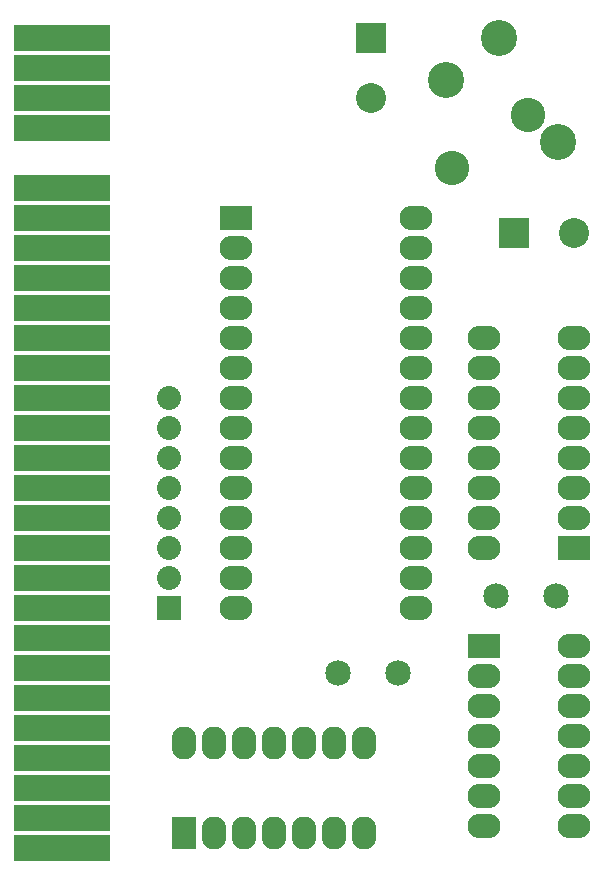
<source format=gbs>
G04 (created by PCBNEW-RS274X (2012-01-19 BZR 3256)-stable) date 18.2.2013 23:23:50*
G01*
G70*
G90*
%MOIN*%
G04 Gerber Fmt 3.4, Leading zero omitted, Abs format*
%FSLAX34Y34*%
G04 APERTURE LIST*
%ADD10C,0.006000*%
%ADD11R,0.110000X0.082000*%
%ADD12O,0.110000X0.082000*%
%ADD13R,0.082000X0.110000*%
%ADD14O,0.082000X0.110000*%
%ADD15C,0.120000*%
%ADD16C,0.115000*%
%ADD17R,0.320000X0.090000*%
%ADD18R,0.080000X0.080000*%
%ADD19C,0.080000*%
%ADD20R,0.100000X0.100000*%
%ADD21C,0.100000*%
%ADD22C,0.085000*%
G04 APERTURE END LIST*
G54D10*
G54D11*
X34500Y-31500D03*
G54D12*
X34500Y-32500D03*
X34500Y-33500D03*
X34500Y-34500D03*
X34500Y-35500D03*
X34500Y-36500D03*
X34500Y-37500D03*
X34500Y-38500D03*
X34500Y-39500D03*
X34500Y-40500D03*
X34500Y-41500D03*
X34500Y-42500D03*
X34500Y-43500D03*
X34500Y-44500D03*
X40500Y-44500D03*
X40500Y-43500D03*
X40500Y-42500D03*
X40500Y-41500D03*
X40500Y-40500D03*
X40500Y-39500D03*
X40500Y-38500D03*
X40500Y-37500D03*
X40500Y-36500D03*
X40500Y-35500D03*
X40500Y-34500D03*
X40500Y-33500D03*
X40500Y-32500D03*
X40500Y-31500D03*
G54D13*
X32750Y-52000D03*
G54D14*
X33750Y-52000D03*
X34750Y-52000D03*
X35750Y-52000D03*
X36750Y-52000D03*
X37750Y-52000D03*
X38750Y-52000D03*
X38750Y-49000D03*
X37750Y-49000D03*
X36750Y-49000D03*
X35750Y-49000D03*
X34750Y-49000D03*
X33750Y-49000D03*
X32750Y-49000D03*
G54D15*
X43250Y-25500D03*
X41478Y-26878D03*
G54D16*
X44234Y-28059D03*
G54D15*
X45219Y-28965D03*
G54D16*
X41675Y-29831D03*
G54D17*
X28700Y-25500D03*
X28700Y-26500D03*
X28700Y-27500D03*
X28700Y-28500D03*
X28700Y-30500D03*
X28700Y-31500D03*
X28700Y-32500D03*
X28700Y-33500D03*
X28700Y-34500D03*
X28700Y-35500D03*
X28700Y-36500D03*
X28700Y-37500D03*
X28700Y-38500D03*
X28700Y-39500D03*
X28700Y-40500D03*
X28700Y-41500D03*
X28700Y-42500D03*
X28700Y-43500D03*
X28700Y-44500D03*
X28700Y-45500D03*
X28700Y-46500D03*
X28700Y-47500D03*
X28700Y-48500D03*
X28700Y-49500D03*
X28700Y-50500D03*
X28700Y-51500D03*
X28700Y-52500D03*
G54D11*
X45750Y-42500D03*
G54D12*
X45750Y-41500D03*
X45750Y-40500D03*
X45750Y-39500D03*
X45750Y-38500D03*
X45750Y-37500D03*
X45750Y-36500D03*
X45750Y-35500D03*
X42750Y-35500D03*
X42750Y-36500D03*
X42750Y-37500D03*
X42750Y-38500D03*
X42750Y-39500D03*
X42750Y-40500D03*
X42750Y-41500D03*
X42750Y-42500D03*
G54D11*
X42750Y-45750D03*
G54D12*
X42750Y-46750D03*
X42750Y-47750D03*
X42750Y-48750D03*
X42750Y-49750D03*
X42750Y-50750D03*
X42750Y-51750D03*
X45750Y-51750D03*
X45750Y-50750D03*
X45750Y-49750D03*
X45750Y-48750D03*
X45750Y-47750D03*
X45750Y-46750D03*
X45750Y-45750D03*
G54D18*
X32250Y-44500D03*
G54D19*
X32250Y-43500D03*
X32250Y-42500D03*
X32250Y-41500D03*
X32250Y-40500D03*
X32250Y-39500D03*
X32250Y-38500D03*
X32250Y-37500D03*
G54D20*
X43750Y-32000D03*
G54D21*
X45750Y-32000D03*
G54D20*
X39000Y-25500D03*
G54D21*
X39000Y-27500D03*
G54D22*
X43150Y-44100D03*
X45150Y-44100D03*
X37900Y-46650D03*
X39900Y-46650D03*
M02*

</source>
